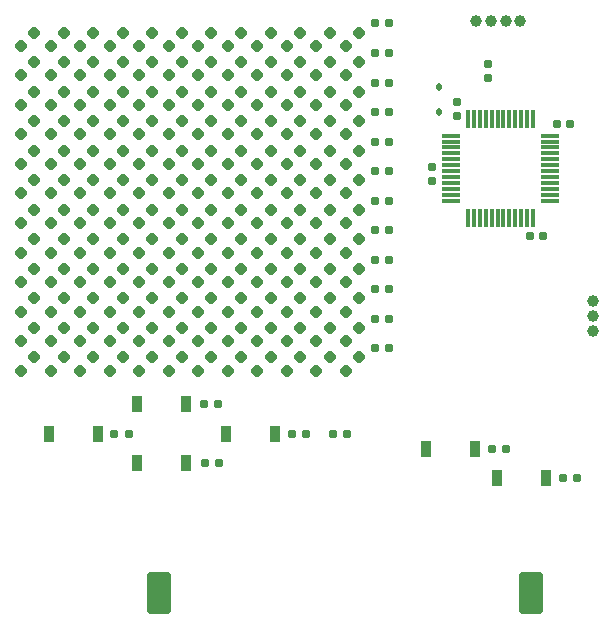
<source format=gtp>
%TF.GenerationSoftware,KiCad,Pcbnew,9.0.0*%
%TF.CreationDate,2025-12-23T16:07:17-05:00*%
%TF.ProjectId,BusinessCard,42757369-6e65-4737-9343-6172642e6b69,rev?*%
%TF.SameCoordinates,Original*%
%TF.FileFunction,Paste,Top*%
%TF.FilePolarity,Positive*%
%FSLAX46Y46*%
G04 Gerber Fmt 4.6, Leading zero omitted, Abs format (unit mm)*
G04 Created by KiCad (PCBNEW 9.0.0) date 2025-12-23 16:07:17*
%MOMM*%
%LPD*%
G01*
G04 APERTURE LIST*
G04 Aperture macros list*
%AMRoundRect*
0 Rectangle with rounded corners*
0 $1 Rounding radius*
0 $2 $3 $4 $5 $6 $7 $8 $9 X,Y pos of 4 corners*
0 Add a 4 corners polygon primitive as box body*
4,1,4,$2,$3,$4,$5,$6,$7,$8,$9,$2,$3,0*
0 Add four circle primitives for the rounded corners*
1,1,$1+$1,$2,$3*
1,1,$1+$1,$4,$5*
1,1,$1+$1,$6,$7*
1,1,$1+$1,$8,$9*
0 Add four rect primitives between the rounded corners*
20,1,$1+$1,$2,$3,$4,$5,0*
20,1,$1+$1,$4,$5,$6,$7,0*
20,1,$1+$1,$6,$7,$8,$9,0*
20,1,$1+$1,$8,$9,$2,$3,0*%
G04 Aperture macros list end*
%ADD10RoundRect,0.218750X0.026517X-0.335876X0.335876X-0.026517X-0.026517X0.335876X-0.335876X0.026517X0*%
%ADD11R,0.950000X1.400000*%
%ADD12RoundRect,0.160000X0.197500X0.160000X-0.197500X0.160000X-0.197500X-0.160000X0.197500X-0.160000X0*%
%ADD13RoundRect,0.160000X-0.197500X-0.160000X0.197500X-0.160000X0.197500X0.160000X-0.197500X0.160000X0*%
%ADD14RoundRect,0.160000X-0.160000X0.197500X-0.160000X-0.197500X0.160000X-0.197500X0.160000X0.197500X0*%
%ADD15RoundRect,0.155000X-0.155000X0.212500X-0.155000X-0.212500X0.155000X-0.212500X0.155000X0.212500X0*%
%ADD16RoundRect,0.200000X-0.800000X-1.550000X0.800000X-1.550000X0.800000X1.550000X-0.800000X1.550000X0*%
%ADD17C,1.000000*%
%ADD18RoundRect,0.155000X0.212500X0.155000X-0.212500X0.155000X-0.212500X-0.155000X0.212500X-0.155000X0*%
%ADD19RoundRect,0.155000X-0.212500X-0.155000X0.212500X-0.155000X0.212500X0.155000X-0.212500X0.155000X0*%
%ADD20RoundRect,0.155000X0.155000X-0.212500X0.155000X0.212500X-0.155000X0.212500X-0.155000X-0.212500X0*%
%ADD21RoundRect,0.070000X-0.710000X-0.070000X0.710000X-0.070000X0.710000X0.070000X-0.710000X0.070000X0*%
%ADD22RoundRect,0.070000X-0.070000X-0.710000X0.070000X-0.710000X0.070000X0.710000X-0.070000X0.710000X0*%
%ADD23RoundRect,0.112500X0.112500X-0.187500X0.112500X0.187500X-0.112500X0.187500X-0.112500X-0.187500X0*%
G04 APERTURE END LIST*
D10*
%TO.C,D105*%
X38683758Y-46396078D03*
X39797452Y-45282384D03*
%TD*%
D11*
%TO.C,SW1*%
X31010786Y-56750000D03*
X35160786Y-56750000D03*
%TD*%
D10*
%TO.C,D6*%
X31183758Y-26396078D03*
X32297452Y-25282384D03*
%TD*%
%TO.C,D15*%
X23683758Y-28896078D03*
X24797452Y-27782384D03*
%TD*%
%TO.C,D95*%
X43683758Y-43896078D03*
X44797452Y-42782384D03*
%TD*%
%TO.C,D126*%
X31183758Y-51396078D03*
X32297452Y-50282384D03*
%TD*%
%TO.C,D58*%
X41183758Y-36396078D03*
X42297452Y-35282384D03*
%TD*%
%TO.C,D128*%
X36183758Y-51396078D03*
X37297452Y-50282384D03*
%TD*%
%TO.C,D81*%
X38683758Y-41396078D03*
X39797452Y-40282384D03*
%TD*%
%TO.C,D101*%
X28683758Y-46396078D03*
X29797452Y-45282384D03*
%TD*%
%TO.C,D10*%
X41183758Y-26396078D03*
X42297452Y-25282384D03*
%TD*%
%TO.C,D38*%
X21183758Y-33896078D03*
X22297452Y-32782384D03*
%TD*%
%TO.C,D30*%
X31183758Y-31396078D03*
X32297452Y-30282384D03*
%TD*%
%TO.C,D48*%
X46183758Y-33896078D03*
X47297452Y-32782384D03*
%TD*%
%TO.C,D31*%
X33683758Y-31396078D03*
X34797452Y-30282384D03*
%TD*%
%TO.C,D56*%
X36183758Y-36396078D03*
X37297452Y-35282384D03*
%TD*%
D12*
%TO.C,R12*%
X52347500Y-34500000D03*
X51152500Y-34500000D03*
%TD*%
D10*
%TO.C,D93*%
X38683758Y-43896078D03*
X39797452Y-42782384D03*
%TD*%
D12*
%TO.C,R10*%
X52347500Y-29500000D03*
X51152500Y-29500000D03*
%TD*%
D10*
%TO.C,D86*%
X21183758Y-43896078D03*
X22297452Y-42782384D03*
%TD*%
%TO.C,D135*%
X23683758Y-53896078D03*
X24797452Y-52782384D03*
%TD*%
D13*
%TO.C,R6*%
X61065786Y-60500000D03*
X62260786Y-60500000D03*
%TD*%
D10*
%TO.C,D118*%
X41183758Y-48896078D03*
X42297452Y-47782384D03*
%TD*%
%TO.C,D94*%
X41183758Y-43896078D03*
X42297452Y-42782384D03*
%TD*%
%TO.C,D12*%
X46183758Y-26396078D03*
X47297452Y-25282384D03*
%TD*%
D12*
%TO.C,R15*%
X52347500Y-42000000D03*
X51152500Y-42000000D03*
%TD*%
D10*
%TO.C,D136*%
X26183758Y-53896078D03*
X27297452Y-52782384D03*
%TD*%
%TO.C,D134*%
X21183758Y-53896078D03*
X22297452Y-52782384D03*
%TD*%
D14*
%TO.C,R1*%
X60750000Y-27902500D03*
X60750000Y-29097500D03*
%TD*%
D10*
%TO.C,D100*%
X26183758Y-46396078D03*
X27297452Y-45282384D03*
%TD*%
D15*
%TO.C,C4*%
X56000000Y-36682500D03*
X56000000Y-37817500D03*
%TD*%
D10*
%TO.C,D41*%
X28683758Y-33896078D03*
X29797452Y-32782384D03*
%TD*%
D12*
%TO.C,R16*%
X52347500Y-44500000D03*
X51152500Y-44500000D03*
%TD*%
D10*
%TO.C,D83*%
X43683758Y-41396078D03*
X44797452Y-40282384D03*
%TD*%
%TO.C,D113*%
X28683758Y-48896078D03*
X29797452Y-47782384D03*
%TD*%
%TO.C,D53*%
X28683758Y-36396078D03*
X29797452Y-35282384D03*
%TD*%
%TO.C,D99*%
X23683758Y-46396078D03*
X24797452Y-45282384D03*
%TD*%
%TO.C,D7*%
X33683758Y-26396078D03*
X34797452Y-25282384D03*
%TD*%
D11*
%TO.C,SW5*%
X55435786Y-60500000D03*
X59585786Y-60500000D03*
%TD*%
D10*
%TO.C,D106*%
X41183758Y-46396078D03*
X42297452Y-45282384D03*
%TD*%
%TO.C,D25*%
X48683758Y-28896078D03*
X49797452Y-27782384D03*
%TD*%
D12*
%TO.C,R17*%
X52347500Y-47000000D03*
X51152500Y-47000000D03*
%TD*%
D10*
%TO.C,D39*%
X23683758Y-33896078D03*
X24797452Y-32782384D03*
%TD*%
%TO.C,D22*%
X41183758Y-28896078D03*
X42297452Y-27782384D03*
%TD*%
D11*
%TO.C,SW2*%
X23510786Y-59250000D03*
X27660786Y-59250000D03*
%TD*%
D16*
%TO.C,J3*%
X32835786Y-72750000D03*
X64335786Y-72750000D03*
%TD*%
D10*
%TO.C,D144*%
X46183758Y-53896078D03*
X47297452Y-52782384D03*
%TD*%
D13*
%TO.C,R5*%
X44140786Y-59250000D03*
X45335786Y-59250000D03*
%TD*%
D10*
%TO.C,D79*%
X33683758Y-41396078D03*
X34797452Y-40282384D03*
%TD*%
%TO.C,D49*%
X48683758Y-33896078D03*
X49797452Y-32782384D03*
%TD*%
%TO.C,D125*%
X28683758Y-51396078D03*
X29797452Y-50282384D03*
%TD*%
%TO.C,D69*%
X38683758Y-38896078D03*
X39797452Y-37782384D03*
%TD*%
%TO.C,D73*%
X48683758Y-38896078D03*
X49797452Y-37782384D03*
%TD*%
%TO.C,D82*%
X41183758Y-41396078D03*
X42297452Y-40282384D03*
%TD*%
D17*
%TO.C,J1*%
X69585786Y-50500000D03*
X69585786Y-49250000D03*
X69585786Y-48000000D03*
%TD*%
D10*
%TO.C,D23*%
X43683758Y-28896078D03*
X44797452Y-27782384D03*
%TD*%
%TO.C,D8*%
X36183758Y-26396078D03*
X37297452Y-25282384D03*
%TD*%
%TO.C,D120*%
X46183758Y-48896078D03*
X47297452Y-47782384D03*
%TD*%
%TO.C,D35*%
X43683758Y-31396078D03*
X44797452Y-30282384D03*
%TD*%
%TO.C,D26*%
X21183758Y-31396078D03*
X22297452Y-30282384D03*
%TD*%
%TO.C,D76*%
X26183758Y-41396078D03*
X27297452Y-40282384D03*
%TD*%
D13*
%TO.C,R4*%
X29085786Y-59250000D03*
X30280786Y-59250000D03*
%TD*%
D10*
%TO.C,D75*%
X23683758Y-41396078D03*
X24797452Y-40282384D03*
%TD*%
D17*
%TO.C,J2*%
X59710786Y-24250000D03*
X60960786Y-24250000D03*
X62210786Y-24250000D03*
X63460786Y-24250000D03*
%TD*%
D10*
%TO.C,D54*%
X31183758Y-36396078D03*
X32297452Y-35282384D03*
%TD*%
D12*
%TO.C,R8*%
X52347500Y-24500000D03*
X51152500Y-24500000D03*
%TD*%
D10*
%TO.C,D27*%
X23683758Y-31396078D03*
X24797452Y-30282384D03*
%TD*%
%TO.C,D34*%
X41183758Y-31396078D03*
X42297452Y-30282384D03*
%TD*%
%TO.C,D47*%
X43683758Y-33896078D03*
X44797452Y-32782384D03*
%TD*%
%TO.C,D52*%
X26183758Y-36396078D03*
X27297452Y-35282384D03*
%TD*%
%TO.C,D124*%
X26183758Y-51396078D03*
X27297452Y-50282384D03*
%TD*%
%TO.C,D119*%
X43683758Y-48896078D03*
X44797452Y-47782384D03*
%TD*%
%TO.C,D71*%
X43683758Y-38896078D03*
X44797452Y-37782384D03*
%TD*%
%TO.C,D114*%
X31183758Y-48896078D03*
X32297452Y-47782384D03*
%TD*%
D18*
%TO.C,C3*%
X65385000Y-42500000D03*
X64250000Y-42500000D03*
%TD*%
D10*
%TO.C,D121*%
X48683758Y-48896078D03*
X49797452Y-47782384D03*
%TD*%
%TO.C,D133*%
X48683758Y-51396078D03*
X49797452Y-50282384D03*
%TD*%
%TO.C,D68*%
X36183758Y-38896078D03*
X37297452Y-37782384D03*
%TD*%
%TO.C,D80*%
X36183758Y-41396078D03*
X37297452Y-40282384D03*
%TD*%
D19*
%TO.C,C2*%
X66518286Y-33000000D03*
X67653286Y-33000000D03*
%TD*%
D10*
%TO.C,D9*%
X38683758Y-26396078D03*
X39797452Y-25282384D03*
%TD*%
%TO.C,D109*%
X48683758Y-46396078D03*
X49797452Y-45282384D03*
%TD*%
%TO.C,D97*%
X48683758Y-43896078D03*
X49797452Y-42782384D03*
%TD*%
%TO.C,D16*%
X26183758Y-28896078D03*
X27297452Y-27782384D03*
%TD*%
%TO.C,D46*%
X41183758Y-33896078D03*
X42297452Y-32782384D03*
%TD*%
%TO.C,D21*%
X38683758Y-28896078D03*
X39797452Y-27782384D03*
%TD*%
%TO.C,D91*%
X33683758Y-43896078D03*
X34797452Y-42782384D03*
%TD*%
%TO.C,D84*%
X46183758Y-41396078D03*
X47297452Y-40282384D03*
%TD*%
%TO.C,D103*%
X33683758Y-46396078D03*
X34797452Y-45282384D03*
%TD*%
%TO.C,D90*%
X31183758Y-43896078D03*
X32297452Y-42782384D03*
%TD*%
D18*
%TO.C,C5*%
X48750000Y-59250000D03*
X47615000Y-59250000D03*
%TD*%
D10*
%TO.C,D2*%
X21183758Y-26396078D03*
X22297452Y-25282384D03*
%TD*%
%TO.C,D138*%
X31183758Y-53896078D03*
X32297452Y-52782384D03*
%TD*%
%TO.C,D74*%
X21183758Y-41396078D03*
X22297452Y-40282384D03*
%TD*%
%TO.C,D66*%
X31183758Y-38896078D03*
X32297452Y-37782384D03*
%TD*%
%TO.C,D11*%
X43683758Y-26396078D03*
X44797452Y-25282384D03*
%TD*%
%TO.C,D57*%
X38683758Y-36396078D03*
X39797452Y-35282384D03*
%TD*%
D11*
%TO.C,SW6*%
X61435786Y-63000000D03*
X65585786Y-63000000D03*
%TD*%
D10*
%TO.C,D132*%
X46183758Y-51396078D03*
X47297452Y-50282384D03*
%TD*%
%TO.C,D107*%
X43683758Y-46396078D03*
X44797452Y-45282384D03*
%TD*%
D12*
%TO.C,R11*%
X52347500Y-32000000D03*
X51152500Y-32000000D03*
%TD*%
D10*
%TO.C,D123*%
X23683758Y-51396078D03*
X24797452Y-50282384D03*
%TD*%
%TO.C,D89*%
X28683758Y-43896078D03*
X29797452Y-42782384D03*
%TD*%
%TO.C,D44*%
X36183758Y-33896078D03*
X37297452Y-32782384D03*
%TD*%
%TO.C,D77*%
X28683758Y-41396078D03*
X29797452Y-40282384D03*
%TD*%
%TO.C,D29*%
X28683758Y-31396078D03*
X29797452Y-30282384D03*
%TD*%
%TO.C,D13*%
X48683758Y-26396078D03*
X49797452Y-25282384D03*
%TD*%
%TO.C,D88*%
X26183758Y-43896078D03*
X27297452Y-42782384D03*
%TD*%
%TO.C,D19*%
X33683758Y-28896078D03*
X34797452Y-27782384D03*
%TD*%
D12*
%TO.C,R9*%
X52347500Y-27000000D03*
X51152500Y-27000000D03*
%TD*%
D10*
%TO.C,D116*%
X36183758Y-48896078D03*
X37297452Y-47782384D03*
%TD*%
%TO.C,D18*%
X31183758Y-28896078D03*
X32297452Y-27782384D03*
%TD*%
%TO.C,D85*%
X48683758Y-41396078D03*
X49797452Y-40282384D03*
%TD*%
%TO.C,D61*%
X48683758Y-36396078D03*
X49797452Y-35282384D03*
%TD*%
D13*
%TO.C,R3*%
X36738286Y-61750000D03*
X37933286Y-61750000D03*
%TD*%
D10*
%TO.C,D111*%
X23683758Y-48896078D03*
X24797452Y-47782384D03*
%TD*%
%TO.C,D70*%
X41183758Y-38896078D03*
X42297452Y-37782384D03*
%TD*%
%TO.C,D40*%
X26183758Y-33896078D03*
X27297452Y-32782384D03*
%TD*%
%TO.C,D55*%
X33683758Y-36396078D03*
X34797452Y-35282384D03*
%TD*%
%TO.C,D117*%
X38683758Y-48896078D03*
X39797452Y-47782384D03*
%TD*%
%TO.C,D32*%
X36183758Y-31396078D03*
X37297452Y-30282384D03*
%TD*%
%TO.C,D5*%
X28683758Y-26396078D03*
X29797452Y-25282384D03*
%TD*%
%TO.C,D43*%
X33683758Y-33896078D03*
X34797452Y-32782384D03*
%TD*%
%TO.C,D130*%
X41183758Y-51396078D03*
X42297452Y-50282384D03*
%TD*%
%TO.C,D104*%
X36183758Y-46396078D03*
X37297452Y-45282384D03*
%TD*%
D13*
%TO.C,R2*%
X36688286Y-56750000D03*
X37883286Y-56750000D03*
%TD*%
D10*
%TO.C,D63*%
X23683758Y-38896078D03*
X24797452Y-37782384D03*
%TD*%
D20*
%TO.C,C1*%
X58085786Y-32317500D03*
X58085786Y-31182500D03*
%TD*%
D11*
%TO.C,SW4*%
X38510786Y-59250000D03*
X42660786Y-59250000D03*
%TD*%
D10*
%TO.C,D143*%
X43683758Y-53896078D03*
X44797452Y-52782384D03*
%TD*%
%TO.C,D33*%
X38683758Y-31396078D03*
X39797452Y-30282384D03*
%TD*%
%TO.C,D17*%
X28683758Y-28896078D03*
X29797452Y-27782384D03*
%TD*%
%TO.C,D72*%
X46183758Y-38896078D03*
X47297452Y-37782384D03*
%TD*%
%TO.C,D131*%
X43683758Y-51396078D03*
X44797452Y-50282384D03*
%TD*%
%TO.C,D129*%
X38683758Y-51396078D03*
X39797452Y-50282384D03*
%TD*%
%TO.C,D51*%
X23683758Y-36396078D03*
X24797452Y-35282384D03*
%TD*%
D12*
%TO.C,R14*%
X52347500Y-39500000D03*
X51152500Y-39500000D03*
%TD*%
%TO.C,R13*%
X52347500Y-37000000D03*
X51152500Y-37000000D03*
%TD*%
D10*
%TO.C,D141*%
X38683758Y-53896078D03*
X39797452Y-52782384D03*
%TD*%
%TO.C,D59*%
X43683758Y-36396078D03*
X44797452Y-35282384D03*
%TD*%
%TO.C,D3*%
X23683758Y-26396078D03*
X24797452Y-25282384D03*
%TD*%
%TO.C,D28*%
X26183758Y-31396078D03*
X27297452Y-30282384D03*
%TD*%
%TO.C,D36*%
X46183758Y-31396078D03*
X47297452Y-30282384D03*
%TD*%
D12*
%TO.C,R18*%
X52347500Y-49500000D03*
X51152500Y-49500000D03*
%TD*%
D10*
%TO.C,D4*%
X26183758Y-26396078D03*
X27297452Y-25282384D03*
%TD*%
%TO.C,D20*%
X36183758Y-28896078D03*
X37297452Y-27782384D03*
%TD*%
%TO.C,D112*%
X26183758Y-48896078D03*
X27297452Y-47782384D03*
%TD*%
%TO.C,D96*%
X46183758Y-43896078D03*
X47297452Y-42782384D03*
%TD*%
%TO.C,D78*%
X31183758Y-41396078D03*
X32297452Y-40282384D03*
%TD*%
%TO.C,D139*%
X33683758Y-53896078D03*
X34797452Y-52782384D03*
%TD*%
%TO.C,D102*%
X31183758Y-46396078D03*
X32297452Y-45282384D03*
%TD*%
%TO.C,D60*%
X46183758Y-36396078D03*
X47297452Y-35282384D03*
%TD*%
%TO.C,D127*%
X33683758Y-51396078D03*
X34797452Y-50282384D03*
%TD*%
%TO.C,D115*%
X33683758Y-48896078D03*
X34797452Y-47782384D03*
%TD*%
%TO.C,D137*%
X28683758Y-53896078D03*
X29797452Y-52782384D03*
%TD*%
%TO.C,D45*%
X38683758Y-33896078D03*
X39797452Y-32782384D03*
%TD*%
%TO.C,D42*%
X31183758Y-33896078D03*
X32297452Y-32782384D03*
%TD*%
%TO.C,D145*%
X48683758Y-53896078D03*
X49797452Y-52782384D03*
%TD*%
%TO.C,D122*%
X21183758Y-51396078D03*
X22297452Y-50282384D03*
%TD*%
%TO.C,D110*%
X21183758Y-48896078D03*
X22297452Y-47782384D03*
%TD*%
%TO.C,D98*%
X21183758Y-46396078D03*
X22297452Y-45282384D03*
%TD*%
%TO.C,D62*%
X21183758Y-38896078D03*
X22297452Y-37782384D03*
%TD*%
%TO.C,D24*%
X46183758Y-28896078D03*
X47297452Y-27782384D03*
%TD*%
%TO.C,D37*%
X48683758Y-31396078D03*
X49797452Y-30282384D03*
%TD*%
%TO.C,D92*%
X36183758Y-43896078D03*
X37297452Y-42782384D03*
%TD*%
%TO.C,D64*%
X26183758Y-38896078D03*
X27297452Y-37782384D03*
%TD*%
%TO.C,D140*%
X36183758Y-53896078D03*
X37297452Y-52782384D03*
%TD*%
%TO.C,D14*%
X21183758Y-28896078D03*
X22297452Y-27782384D03*
%TD*%
%TO.C,D50*%
X21183758Y-36396078D03*
X22297452Y-35282384D03*
%TD*%
D11*
%TO.C,SW3*%
X31010786Y-61750000D03*
X35160786Y-61750000D03*
%TD*%
D12*
%TO.C,R19*%
X52347500Y-52000000D03*
X51152500Y-52000000D03*
%TD*%
D10*
%TO.C,D65*%
X28683758Y-38896078D03*
X29797452Y-37782384D03*
%TD*%
%TO.C,D67*%
X33683758Y-38896078D03*
X34797452Y-37782384D03*
%TD*%
D13*
%TO.C,R7*%
X67065786Y-63000000D03*
X68260786Y-63000000D03*
%TD*%
D10*
%TO.C,D108*%
X46183758Y-46396078D03*
X47297452Y-45282384D03*
%TD*%
D21*
%TO.C,U1*%
X57585786Y-34000000D03*
X57585786Y-34500000D03*
X57585786Y-35000000D03*
X57585786Y-35500000D03*
X57585786Y-36000000D03*
X57585786Y-36500000D03*
X57585786Y-37000000D03*
X57585786Y-37500000D03*
X57585786Y-38000000D03*
X57585786Y-38500000D03*
X57585786Y-39000000D03*
X57585786Y-39500000D03*
D22*
X59015786Y-40930000D03*
X59515786Y-40930000D03*
X60015786Y-40930000D03*
X60515786Y-40930000D03*
X61015786Y-40930000D03*
X61515786Y-40930000D03*
X62015786Y-40930000D03*
X62515786Y-40930000D03*
X63015786Y-40930000D03*
X63515786Y-40930000D03*
X64015786Y-40930000D03*
X64515786Y-40930000D03*
D21*
X65945786Y-39500000D03*
X65945786Y-39000000D03*
X65945786Y-38500000D03*
X65945786Y-38000000D03*
X65945786Y-37500000D03*
X65945786Y-37000000D03*
X65945786Y-36500000D03*
X65945786Y-36000000D03*
X65945786Y-35500000D03*
X65945786Y-35000000D03*
X65945786Y-34500000D03*
X65945786Y-34000000D03*
D22*
X64515786Y-32570000D03*
X64015786Y-32570000D03*
X63515786Y-32570000D03*
X63015786Y-32570000D03*
X62515786Y-32570000D03*
X62015786Y-32570000D03*
X61515786Y-32570000D03*
X61015786Y-32570000D03*
X60515786Y-32570000D03*
X60015786Y-32570000D03*
X59515786Y-32570000D03*
X59015786Y-32570000D03*
%TD*%
D23*
%TO.C,D1*%
X56585786Y-32000000D03*
X56585786Y-29900000D03*
%TD*%
D10*
%TO.C,D87*%
X23683758Y-43896078D03*
X24797452Y-42782384D03*
%TD*%
%TO.C,D142*%
X41183758Y-53896078D03*
X42297452Y-52782384D03*
%TD*%
M02*

</source>
